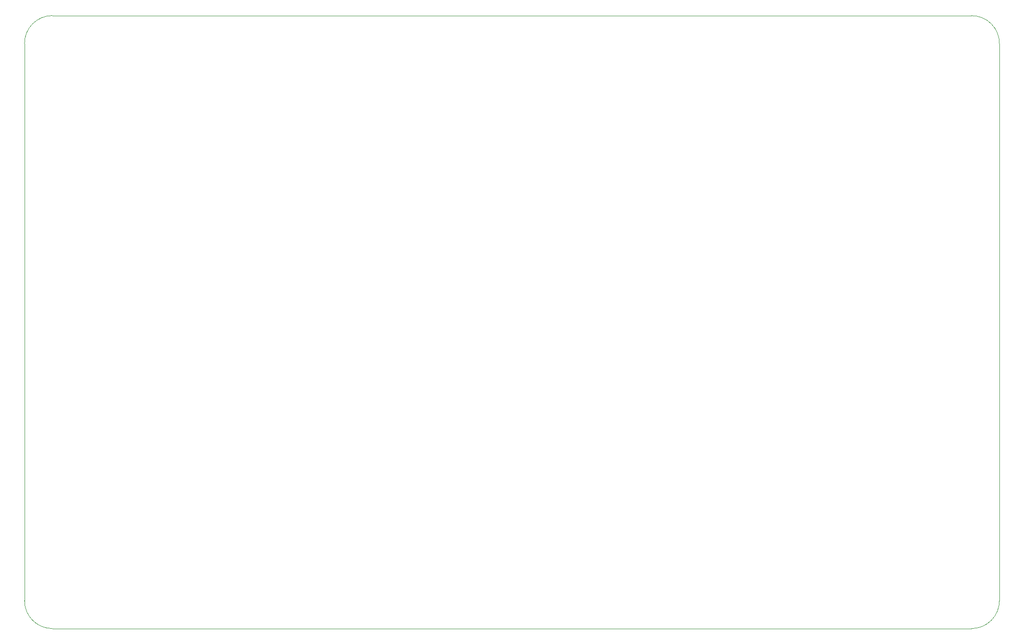
<source format=gbr>
%TF.GenerationSoftware,KiCad,Pcbnew,5.1.6*%
%TF.CreationDate,2020-07-30T12:55:36-05:00*%
%TF.ProjectId,pulsemixer_pcb,70756c73-656d-4697-9865-725f7063622e,rev?*%
%TF.SameCoordinates,Original*%
%TF.FileFunction,Profile,NP*%
%FSLAX46Y46*%
G04 Gerber Fmt 4.6, Leading zero omitted, Abs format (unit mm)*
G04 Created by KiCad (PCBNEW 5.1.6) date 2020-07-30 12:55:36*
%MOMM*%
%LPD*%
G01*
G04 APERTURE LIST*
%TA.AperFunction,Profile*%
%ADD10C,0.050000*%
%TD*%
G04 APERTURE END LIST*
D10*
X238228000Y-139766000D02*
G75*
G02*
X233148000Y-144846000I-5080000J0D01*
G01*
X233148000Y-32846000D02*
G75*
G02*
X238228000Y-37926000I0J-5080000D01*
G01*
X65408000Y-144846000D02*
G75*
G02*
X60328000Y-139766000I0J5080000D01*
G01*
X60328000Y-37912000D02*
G75*
G02*
X65408000Y-32832000I5080000J0D01*
G01*
X233148000Y-32846000D02*
X65408000Y-32832000D01*
X238228000Y-139766000D02*
X238228000Y-37926000D01*
X65408000Y-144846000D02*
X233148000Y-144846000D01*
X60328000Y-37912000D02*
X60328000Y-139766000D01*
M02*

</source>
